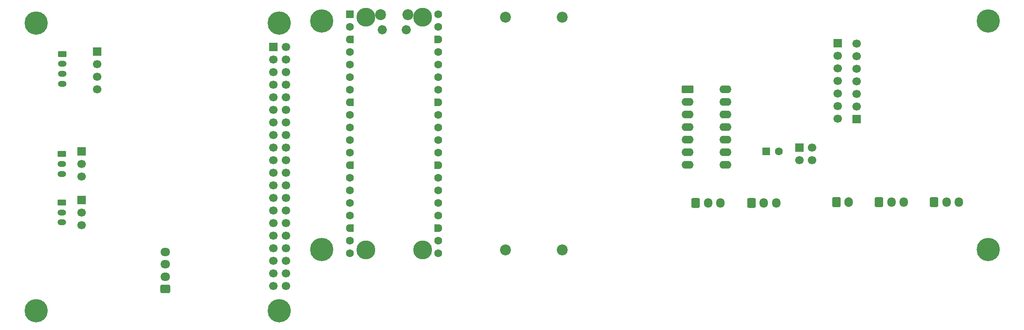
<source format=gbr>
%TF.GenerationSoftware,KiCad,Pcbnew,9.0.2*%
%TF.CreationDate,2025-06-02T17:23:56+01:00*%
%TF.ProjectId,TWUSDiySynthKit,54575553-4469-4795-9379-6e74684b6974,rev?*%
%TF.SameCoordinates,Original*%
%TF.FileFunction,Soldermask,Bot*%
%TF.FilePolarity,Negative*%
%FSLAX46Y46*%
G04 Gerber Fmt 4.6, Leading zero omitted, Abs format (unit mm)*
G04 Created by KiCad (PCBNEW 9.0.2) date 2025-06-02 17:23:56*
%MOMM*%
%LPD*%
G01*
G04 APERTURE LIST*
G04 Aperture macros list*
%AMRoundRect*
0 Rectangle with rounded corners*
0 $1 Rounding radius*
0 $2 $3 $4 $5 $6 $7 $8 $9 X,Y pos of 4 corners*
0 Add a 4 corners polygon primitive as box body*
4,1,4,$2,$3,$4,$5,$6,$7,$8,$9,$2,$3,0*
0 Add four circle primitives for the rounded corners*
1,1,$1+$1,$2,$3*
1,1,$1+$1,$4,$5*
1,1,$1+$1,$6,$7*
1,1,$1+$1,$8,$9*
0 Add four rect primitives between the rounded corners*
20,1,$1+$1,$2,$3,$4,$5,0*
20,1,$1+$1,$4,$5,$6,$7,0*
20,1,$1+$1,$6,$7,$8,$9,0*
20,1,$1+$1,$8,$9,$2,$3,0*%
%AMFreePoly0*
4,1,37,0.603843,0.796157,0.639018,0.796157,0.711114,0.766294,0.766294,0.711114,0.796157,0.639018,0.796157,0.603843,0.800000,0.600000,0.800000,-0.600000,0.796157,-0.603843,0.796157,-0.639018,0.766294,-0.711114,0.711114,-0.766294,0.639018,-0.796157,0.603843,-0.796157,0.600000,-0.800000,0.000000,-0.800000,0.000000,-0.796148,-0.078414,-0.796148,-0.232228,-0.765552,-0.377117,-0.705537,
-0.507515,-0.618408,-0.618408,-0.507515,-0.705537,-0.377117,-0.765552,-0.232228,-0.796148,-0.078414,-0.796148,0.078414,-0.765552,0.232228,-0.705537,0.377117,-0.618408,0.507515,-0.507515,0.618408,-0.377117,0.705537,-0.232228,0.765552,-0.078414,0.796148,0.000000,0.796148,0.000000,0.800000,0.600000,0.800000,0.603843,0.796157,0.603843,0.796157,$1*%
%AMFreePoly1*
4,1,37,0.000000,0.796148,0.078414,0.796148,0.232228,0.765552,0.377117,0.705537,0.507515,0.618408,0.618408,0.507515,0.705537,0.377117,0.765552,0.232228,0.796148,0.078414,0.796148,-0.078414,0.765552,-0.232228,0.705537,-0.377117,0.618408,-0.507515,0.507515,-0.618408,0.377117,-0.705537,0.232228,-0.765552,0.078414,-0.796148,0.000000,-0.796148,0.000000,-0.800000,-0.600000,-0.800000,
-0.603843,-0.796157,-0.639018,-0.796157,-0.711114,-0.766294,-0.766294,-0.711114,-0.796157,-0.639018,-0.796157,-0.603843,-0.800000,-0.600000,-0.800000,0.600000,-0.796157,0.603843,-0.796157,0.639018,-0.766294,0.711114,-0.711114,0.766294,-0.639018,0.796157,-0.603843,0.796157,-0.600000,0.800000,0.000000,0.800000,0.000000,0.796148,0.000000,0.796148,$1*%
G04 Aperture macros list end*
%ADD10C,4.700000*%
%ADD11R,1.700000X1.700000*%
%ADD12C,1.700000*%
%ADD13RoundRect,0.250000X-0.600000X-0.725000X0.600000X-0.725000X0.600000X0.725000X-0.600000X0.725000X0*%
%ADD14O,1.700000X1.950000*%
%ADD15C,2.200000*%
%ADD16RoundRect,0.250000X-0.600000X-0.750000X0.600000X-0.750000X0.600000X0.750000X-0.600000X0.750000X0*%
%ADD17O,1.700000X2.000000*%
%ADD18RoundRect,0.250000X-0.950000X-0.550000X0.950000X-0.550000X0.950000X0.550000X-0.950000X0.550000X0*%
%ADD19O,2.400000X1.600000*%
%ADD20RoundRect,0.250000X-0.625000X0.350000X-0.625000X-0.350000X0.625000X-0.350000X0.625000X0.350000X0*%
%ADD21O,1.750000X1.200000*%
%ADD22R,1.600000X1.600000*%
%ADD23C,1.600000*%
%ADD24RoundRect,0.250000X0.725000X-0.600000X0.725000X0.600000X-0.725000X0.600000X-0.725000X-0.600000X0*%
%ADD25O,1.950000X1.700000*%
%ADD26C,3.800000*%
%ADD27C,1.850000*%
%ADD28RoundRect,0.200000X-0.600000X-0.600000X0.600000X-0.600000X0.600000X0.600000X-0.600000X0.600000X0*%
%ADD29FreePoly0,0.000000*%
%ADD30FreePoly1,0.000000*%
G04 APERTURE END LIST*
D10*
%TO.C,H9*%
X60600000Y-81600000D03*
%TD*%
D11*
%TO.C,J12*%
X69800000Y-49460000D03*
D12*
X69800000Y-52000000D03*
X69800000Y-54540000D03*
%TD*%
D13*
%TO.C,R3*%
X204600000Y-59900000D03*
D14*
X207100000Y-59900000D03*
X209600000Y-59900000D03*
%TD*%
D15*
%TO.C,H3*%
X155107034Y-22396492D03*
%TD*%
D10*
%TO.C,H8*%
X118100000Y-23100000D03*
%TD*%
D16*
%TO.C,J2*%
X221700000Y-59700000D03*
D17*
X224200000Y-59700000D03*
%TD*%
D13*
%TO.C,R1*%
X241400000Y-59750000D03*
D14*
X243900000Y-59750000D03*
X246400000Y-59750000D03*
%TD*%
D10*
%TO.C,H11*%
X60600000Y-23600000D03*
%TD*%
%TO.C,H12*%
X109600000Y-23600000D03*
%TD*%
D15*
%TO.C,H4*%
X166500000Y-22400000D03*
%TD*%
D11*
%TO.C,J3*%
X222000000Y-27650000D03*
D12*
X222000000Y-30190000D03*
X222000000Y-32730000D03*
X222000000Y-35270000D03*
X222000000Y-37810000D03*
X222000000Y-40350000D03*
X222000000Y-42890000D03*
%TD*%
D10*
%TO.C,H10*%
X109600000Y-81600000D03*
%TD*%
%TO.C,H5*%
X252300000Y-23100000D03*
%TD*%
%TO.C,H7*%
X118100000Y-69300000D03*
%TD*%
D11*
%TO.C,J1*%
X214300000Y-48675000D03*
D12*
X214300000Y-51215000D03*
X216840000Y-48675000D03*
X216840000Y-51215000D03*
%TD*%
D18*
%TO.C,U1*%
X191800000Y-36960000D03*
D19*
X191800000Y-39500000D03*
X191800000Y-42040000D03*
X191800000Y-44580000D03*
X191800000Y-47120000D03*
X191800000Y-49660000D03*
X191800000Y-52200000D03*
X199420000Y-52200000D03*
X199420000Y-49660000D03*
X199420000Y-47120000D03*
X199420000Y-44580000D03*
X199420000Y-42040000D03*
X199420000Y-39500000D03*
X199420000Y-36960000D03*
%TD*%
D20*
%TO.C,J9*%
X65800000Y-50000000D03*
D21*
X65800000Y-52000000D03*
X65800000Y-54000000D03*
%TD*%
D22*
%TO.C,C7*%
X207617621Y-49500000D03*
D23*
X210117621Y-49500000D03*
%TD*%
D13*
%TO.C,R6*%
X193400000Y-59900000D03*
D14*
X195900000Y-59900000D03*
X198400000Y-59900000D03*
%TD*%
D24*
%TO.C,J6*%
X86650000Y-77250000D03*
D25*
X86650000Y-74750000D03*
X86650000Y-72250000D03*
X86650000Y-69750000D03*
%TD*%
D13*
%TO.C,R2*%
X230300000Y-59750000D03*
D14*
X232800000Y-59750000D03*
X235300000Y-59750000D03*
%TD*%
D11*
%TO.C,J14*%
X72900000Y-29320000D03*
D12*
X72900000Y-31860000D03*
X72900000Y-34400000D03*
X72900000Y-36940000D03*
%TD*%
D15*
%TO.C,H1*%
X155100000Y-69387787D03*
%TD*%
D20*
%TO.C,J10*%
X65800000Y-59800000D03*
D21*
X65800000Y-61800000D03*
X65800000Y-63800000D03*
%TD*%
D11*
%TO.C,J4*%
X225800000Y-42950000D03*
D12*
X225800000Y-40410000D03*
X225800000Y-37870000D03*
X225800000Y-35330000D03*
X225800000Y-32790000D03*
X225800000Y-30250000D03*
X225800000Y-27710000D03*
%TD*%
D11*
%TO.C,J11*%
X69800000Y-59275000D03*
D12*
X69800000Y-61815000D03*
X69800000Y-64355000D03*
%TD*%
D15*
%TO.C,H2*%
X166500000Y-69400000D03*
%TD*%
D11*
%TO.C,J5*%
X108360000Y-28400000D03*
D12*
X110900000Y-28400000D03*
X108360000Y-30940000D03*
X110900000Y-30940000D03*
X108360000Y-33480000D03*
X110900000Y-33480000D03*
X108360000Y-36020000D03*
X110900000Y-36020000D03*
X108360000Y-38560000D03*
X110900000Y-38560000D03*
X108360000Y-41100000D03*
X110900000Y-41100000D03*
X108360000Y-43640000D03*
X110900000Y-43640000D03*
X108360000Y-46180000D03*
X110900000Y-46180000D03*
X108360000Y-48720000D03*
X110900000Y-48720000D03*
X108360000Y-51260000D03*
X110900000Y-51260000D03*
X108360000Y-53800000D03*
X110900000Y-53800000D03*
X108360000Y-56340000D03*
X110900000Y-56340000D03*
X108360000Y-58880000D03*
X110900000Y-58880000D03*
X108360000Y-61420000D03*
X110900000Y-61420000D03*
X108360000Y-63960000D03*
X110900000Y-63960000D03*
X108360000Y-66500000D03*
X110900000Y-66500000D03*
X108360000Y-69040000D03*
X110900000Y-69040000D03*
X108360000Y-71580000D03*
X110900000Y-71580000D03*
X108360000Y-74120000D03*
X110900000Y-74120000D03*
X108360000Y-76660000D03*
X110900000Y-76660000D03*
%TD*%
D10*
%TO.C,H6*%
X252300000Y-69300000D03*
%TD*%
D20*
%TO.C,J7*%
X65850000Y-29800000D03*
D21*
X65850000Y-31800000D03*
X65850000Y-33800000D03*
X65850000Y-35800000D03*
%TD*%
D26*
%TO.C,A2*%
X127000000Y-22400000D03*
X127000000Y-69400000D03*
D15*
X129975000Y-21900000D03*
D27*
X130275000Y-24930000D03*
X135125000Y-24930000D03*
D15*
X135425000Y-21900000D03*
D26*
X138400000Y-22400000D03*
X138400000Y-69400000D03*
D28*
X123810000Y-21770000D03*
D23*
X123810000Y-24310000D03*
D29*
X123810000Y-26850000D03*
D23*
X123810000Y-29390000D03*
X123810000Y-31930000D03*
X123810000Y-34470000D03*
X123810000Y-37010000D03*
D29*
X123810000Y-39550000D03*
D23*
X123810000Y-42090000D03*
X123810000Y-44630000D03*
X123810000Y-47170000D03*
X123810000Y-49710000D03*
D29*
X123810000Y-52250000D03*
D23*
X123810000Y-54790000D03*
X123810000Y-57330000D03*
X123810000Y-59870000D03*
X123810000Y-62410000D03*
D29*
X123810000Y-64950000D03*
D23*
X123810000Y-67490000D03*
X123810000Y-70030000D03*
X141590000Y-70030000D03*
X141590000Y-67490000D03*
D30*
X141590000Y-64950000D03*
D23*
X141590000Y-62410000D03*
X141590000Y-59870000D03*
X141590000Y-57330000D03*
X141590000Y-54790000D03*
D30*
X141590000Y-52250000D03*
D23*
X141590000Y-49710000D03*
X141590000Y-47170000D03*
X141590000Y-44630000D03*
X141590000Y-42090000D03*
D30*
X141590000Y-39550000D03*
D23*
X141590000Y-37010000D03*
X141590000Y-34470000D03*
X141590000Y-31930000D03*
X141590000Y-29390000D03*
D30*
X141590000Y-26850000D03*
D23*
X141590000Y-24310000D03*
X141590000Y-21770000D03*
%TD*%
M02*

</source>
